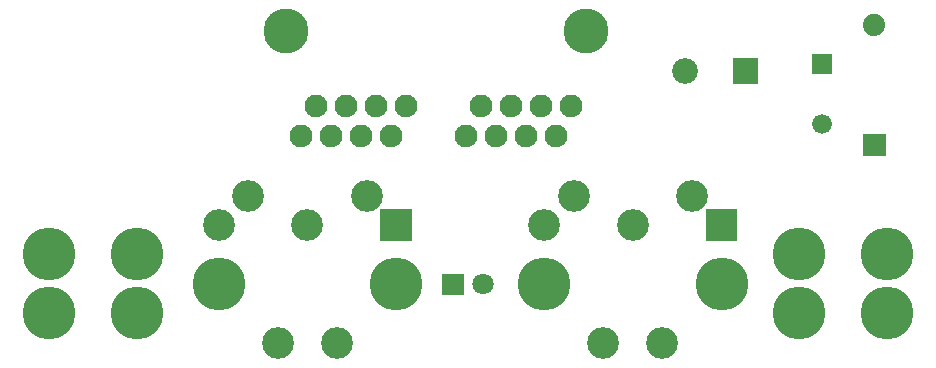
<source format=gbr>
G04 start of page 6 for group -4063 idx -4063 *
G04 Title: (unknown), componentmask *
G04 Creator: pcb 20110918 *
G04 CreationDate: Tue 30 Sep 2014 08:46:46 PM GMT UTC *
G04 For: ndholmes *
G04 Format: Gerber/RS-274X *
G04 PCB-Dimensions: 300000 125000 *
G04 PCB-Coordinate-Origin: lower left *
%MOIN*%
%FSLAX25Y25*%
%LNTOPMASK*%
%ADD73C,0.0660*%
%ADD72C,0.0740*%
%ADD71C,0.0860*%
%ADD70C,0.1500*%
%ADD69C,0.0760*%
%ADD68C,0.0710*%
%ADD67C,0.1760*%
%ADD66C,0.0001*%
%ADD65C,0.1060*%
G54D65*X175450Y49200D03*
G54D66*G36*
X120750Y54500D02*Y43900D01*
X131350D01*
Y54500D01*
X120750D01*
G37*
G54D65*X96500Y49200D03*
X66950D03*
X185300Y59000D03*
X116200D03*
X76800D03*
G54D67*X126050Y29500D03*
G54D65*X106350Y9800D03*
X86650D03*
G54D67*X66950Y29500D03*
X10250Y20000D03*
Y39700D03*
X39750Y20000D03*
Y39700D03*
X234550Y29500D03*
G54D65*X214850Y9800D03*
X195150D03*
G54D66*G36*
X229250Y54500D02*Y43900D01*
X239850D01*
Y54500D01*
X229250D01*
G37*
G54D65*X205000Y49200D03*
G54D66*G36*
X141450Y33050D02*Y25950D01*
X148550D01*
Y33050D01*
X141450D01*
G37*
G54D68*X155000Y29500D03*
G54D67*X175450D03*
G54D65*X224700Y59000D03*
G54D67*X260250Y20000D03*
Y39700D03*
X289750Y20000D03*
Y39700D03*
G54D66*G36*
X281800Y79700D02*Y72300D01*
X289200D01*
Y79700D01*
X281800D01*
G37*
G54D69*X179500Y79000D03*
X169500D03*
X159500D03*
X149500D03*
X174500Y89000D03*
X164500D03*
X154500D03*
X129500D03*
X119500D03*
X109500D03*
X124500Y79000D03*
X114500D03*
X104500D03*
X99500Y89000D03*
X94500Y79000D03*
G54D70*X89500Y114000D03*
G54D69*X184500Y89000D03*
G54D70*X189500Y114000D03*
G54D71*X222500Y100500D03*
G54D72*X285500Y116000D03*
G54D66*G36*
X238200Y104800D02*Y96200D01*
X246800D01*
Y104800D01*
X238200D01*
G37*
G36*
X264700Y106300D02*Y99700D01*
X271300D01*
Y106300D01*
X264700D01*
G37*
G54D73*X268000Y83000D03*
M02*

</source>
